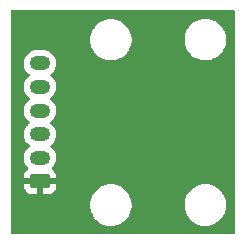
<source format=gbr>
%TF.GenerationSoftware,KiCad,Pcbnew,(6.0.9)*%
%TF.CreationDate,2023-03-29T12:13:29-08:00*%
%TF.ProjectId,ABSIS_Hall Sensor,41425349-535f-4486-916c-6c2053656e73,3*%
%TF.SameCoordinates,Original*%
%TF.FileFunction,Copper,L2,Bot*%
%TF.FilePolarity,Positive*%
%FSLAX46Y46*%
G04 Gerber Fmt 4.6, Leading zero omitted, Abs format (unit mm)*
G04 Created by KiCad (PCBNEW (6.0.9)) date 2023-03-29 12:13:29*
%MOMM*%
%LPD*%
G01*
G04 APERTURE LIST*
G04 Aperture macros list*
%AMRoundRect*
0 Rectangle with rounded corners*
0 $1 Rounding radius*
0 $2 $3 $4 $5 $6 $7 $8 $9 X,Y pos of 4 corners*
0 Add a 4 corners polygon primitive as box body*
4,1,4,$2,$3,$4,$5,$6,$7,$8,$9,$2,$3,0*
0 Add four circle primitives for the rounded corners*
1,1,$1+$1,$2,$3*
1,1,$1+$1,$4,$5*
1,1,$1+$1,$6,$7*
1,1,$1+$1,$8,$9*
0 Add four rect primitives between the rounded corners*
20,1,$1+$1,$2,$3,$4,$5,0*
20,1,$1+$1,$4,$5,$6,$7,0*
20,1,$1+$1,$6,$7,$8,$9,0*
20,1,$1+$1,$8,$9,$2,$3,0*%
G04 Aperture macros list end*
%TA.AperFunction,ComponentPad*%
%ADD10RoundRect,0.250000X0.625000X-0.350000X0.625000X0.350000X-0.625000X0.350000X-0.625000X-0.350000X0*%
%TD*%
%TA.AperFunction,ComponentPad*%
%ADD11O,1.750000X1.200000*%
%TD*%
%TA.AperFunction,ViaPad*%
%ADD12C,0.800000*%
%TD*%
G04 APERTURE END LIST*
D10*
%TO.P,J1,1*%
%TO.N,+5V*%
X3000000Y-15000000D03*
D11*
%TO.P,J1,2*%
%TO.N,/MISO*%
X3000000Y-13000000D03*
%TO.P,J1,3*%
%TO.N,/MOSI*%
X3000000Y-11000000D03*
%TO.P,J1,4*%
%TO.N,/SCK*%
X3000000Y-9000000D03*
%TO.P,J1,5*%
%TO.N,/CSN*%
X3000000Y-7000000D03*
%TO.P,J1,6*%
%TO.N,GND*%
X3000000Y-5000000D03*
%TD*%
D12*
%TO.N,+5V*%
X18493190Y-12413000D03*
%TD*%
%TA.AperFunction,Conductor*%
%TO.N,+5V*%
G36*
X19433621Y-528502D02*
G01*
X19480114Y-582158D01*
X19491500Y-634500D01*
X19491500Y-19365500D01*
X19471498Y-19433621D01*
X19417842Y-19480114D01*
X19365500Y-19491500D01*
X634500Y-19491500D01*
X566379Y-19471498D01*
X519886Y-19417842D01*
X508500Y-19365500D01*
X508500Y-17107655D01*
X7239858Y-17107655D01*
X7275104Y-17366638D01*
X7276412Y-17371124D01*
X7276412Y-17371126D01*
X7296098Y-17438664D01*
X7348243Y-17617567D01*
X7457668Y-17854928D01*
X7460231Y-17858837D01*
X7598410Y-18069596D01*
X7598414Y-18069601D01*
X7600976Y-18073509D01*
X7775018Y-18268506D01*
X7975970Y-18435637D01*
X7979973Y-18438066D01*
X8195422Y-18568804D01*
X8195426Y-18568806D01*
X8199419Y-18571229D01*
X8440455Y-18672303D01*
X8693783Y-18736641D01*
X8698434Y-18737109D01*
X8698438Y-18737110D01*
X8891308Y-18756531D01*
X8910867Y-18758500D01*
X9066354Y-18758500D01*
X9068679Y-18758327D01*
X9068685Y-18758327D01*
X9256000Y-18744407D01*
X9256004Y-18744406D01*
X9260652Y-18744061D01*
X9265200Y-18743032D01*
X9265206Y-18743031D01*
X9451601Y-18700853D01*
X9515577Y-18686377D01*
X9551769Y-18672303D01*
X9754824Y-18593340D01*
X9754827Y-18593339D01*
X9759177Y-18591647D01*
X9986098Y-18461951D01*
X10191357Y-18300138D01*
X10370443Y-18109763D01*
X10519424Y-17895009D01*
X10635025Y-17660593D01*
X10714707Y-17411665D01*
X10756721Y-17153693D01*
X10757324Y-17107655D01*
X15239858Y-17107655D01*
X15275104Y-17366638D01*
X15276412Y-17371124D01*
X15276412Y-17371126D01*
X15296098Y-17438664D01*
X15348243Y-17617567D01*
X15457668Y-17854928D01*
X15460231Y-17858837D01*
X15598410Y-18069596D01*
X15598414Y-18069601D01*
X15600976Y-18073509D01*
X15775018Y-18268506D01*
X15975970Y-18435637D01*
X15979973Y-18438066D01*
X16195422Y-18568804D01*
X16195426Y-18568806D01*
X16199419Y-18571229D01*
X16440455Y-18672303D01*
X16693783Y-18736641D01*
X16698434Y-18737109D01*
X16698438Y-18737110D01*
X16891308Y-18756531D01*
X16910867Y-18758500D01*
X17066354Y-18758500D01*
X17068679Y-18758327D01*
X17068685Y-18758327D01*
X17256000Y-18744407D01*
X17256004Y-18744406D01*
X17260652Y-18744061D01*
X17265200Y-18743032D01*
X17265206Y-18743031D01*
X17451601Y-18700853D01*
X17515577Y-18686377D01*
X17551769Y-18672303D01*
X17754824Y-18593340D01*
X17754827Y-18593339D01*
X17759177Y-18591647D01*
X17986098Y-18461951D01*
X18191357Y-18300138D01*
X18370443Y-18109763D01*
X18519424Y-17895009D01*
X18635025Y-17660593D01*
X18714707Y-17411665D01*
X18756721Y-17153693D01*
X18760142Y-16892345D01*
X18724896Y-16633362D01*
X18710473Y-16583877D01*
X18653068Y-16386932D01*
X18651757Y-16382433D01*
X18542332Y-16145072D01*
X18416241Y-15952751D01*
X18401590Y-15930404D01*
X18401586Y-15930399D01*
X18399024Y-15926491D01*
X18224982Y-15731494D01*
X18024030Y-15564363D01*
X17936568Y-15511290D01*
X17804578Y-15431196D01*
X17804574Y-15431194D01*
X17800581Y-15428771D01*
X17559545Y-15327697D01*
X17306217Y-15263359D01*
X17301566Y-15262891D01*
X17301562Y-15262890D01*
X17092271Y-15241816D01*
X17089133Y-15241500D01*
X16933646Y-15241500D01*
X16931321Y-15241673D01*
X16931315Y-15241673D01*
X16744000Y-15255593D01*
X16743996Y-15255594D01*
X16739348Y-15255939D01*
X16734800Y-15256968D01*
X16734794Y-15256969D01*
X16548399Y-15299147D01*
X16484423Y-15313623D01*
X16480071Y-15315315D01*
X16480069Y-15315316D01*
X16245176Y-15406660D01*
X16245173Y-15406661D01*
X16240823Y-15408353D01*
X16013902Y-15538049D01*
X15808643Y-15699862D01*
X15629557Y-15890237D01*
X15480576Y-16104991D01*
X15364975Y-16339407D01*
X15285293Y-16588335D01*
X15243279Y-16846307D01*
X15239858Y-17107655D01*
X10757324Y-17107655D01*
X10760142Y-16892345D01*
X10724896Y-16633362D01*
X10710473Y-16583877D01*
X10653068Y-16386932D01*
X10651757Y-16382433D01*
X10542332Y-16145072D01*
X10416241Y-15952751D01*
X10401590Y-15930404D01*
X10401586Y-15930399D01*
X10399024Y-15926491D01*
X10224982Y-15731494D01*
X10024030Y-15564363D01*
X9936568Y-15511290D01*
X9804578Y-15431196D01*
X9804574Y-15431194D01*
X9800581Y-15428771D01*
X9559545Y-15327697D01*
X9306217Y-15263359D01*
X9301566Y-15262891D01*
X9301562Y-15262890D01*
X9092271Y-15241816D01*
X9089133Y-15241500D01*
X8933646Y-15241500D01*
X8931321Y-15241673D01*
X8931315Y-15241673D01*
X8744000Y-15255593D01*
X8743996Y-15255594D01*
X8739348Y-15255939D01*
X8734800Y-15256968D01*
X8734794Y-15256969D01*
X8548399Y-15299147D01*
X8484423Y-15313623D01*
X8480071Y-15315315D01*
X8480069Y-15315316D01*
X8245176Y-15406660D01*
X8245173Y-15406661D01*
X8240823Y-15408353D01*
X8013902Y-15538049D01*
X7808643Y-15699862D01*
X7629557Y-15890237D01*
X7480576Y-16104991D01*
X7364975Y-16339407D01*
X7285293Y-16588335D01*
X7243279Y-16846307D01*
X7239858Y-17107655D01*
X508500Y-17107655D01*
X508500Y-15397095D01*
X1617001Y-15397095D01*
X1617338Y-15403614D01*
X1627257Y-15499206D01*
X1630149Y-15512600D01*
X1681588Y-15666784D01*
X1687761Y-15679962D01*
X1773063Y-15817807D01*
X1782099Y-15829208D01*
X1896829Y-15943739D01*
X1908240Y-15952751D01*
X2046243Y-16037816D01*
X2059424Y-16043963D01*
X2213710Y-16095138D01*
X2227086Y-16098005D01*
X2321438Y-16107672D01*
X2327854Y-16108000D01*
X2727885Y-16108000D01*
X2743124Y-16103525D01*
X2744329Y-16102135D01*
X2746000Y-16094452D01*
X2746000Y-16089884D01*
X3254000Y-16089884D01*
X3258475Y-16105123D01*
X3259865Y-16106328D01*
X3267548Y-16107999D01*
X3672095Y-16107999D01*
X3678614Y-16107662D01*
X3774206Y-16097743D01*
X3787600Y-16094851D01*
X3941784Y-16043412D01*
X3954962Y-16037239D01*
X4092807Y-15951937D01*
X4104208Y-15942901D01*
X4218739Y-15828171D01*
X4227751Y-15816760D01*
X4312816Y-15678757D01*
X4318963Y-15665576D01*
X4370138Y-15511290D01*
X4373005Y-15497914D01*
X4382672Y-15403562D01*
X4383000Y-15397146D01*
X4383000Y-15272115D01*
X4378525Y-15256876D01*
X4377135Y-15255671D01*
X4369452Y-15254000D01*
X3272115Y-15254000D01*
X3256876Y-15258475D01*
X3255671Y-15259865D01*
X3254000Y-15267548D01*
X3254000Y-16089884D01*
X2746000Y-16089884D01*
X2746000Y-15272115D01*
X2741525Y-15256876D01*
X2740135Y-15255671D01*
X2732452Y-15254000D01*
X1635116Y-15254000D01*
X1619877Y-15258475D01*
X1618672Y-15259865D01*
X1617001Y-15267548D01*
X1617001Y-15397095D01*
X508500Y-15397095D01*
X508500Y-12945604D01*
X1612787Y-12945604D01*
X1622567Y-13156899D01*
X1672125Y-13362534D01*
X1674607Y-13367992D01*
X1674608Y-13367996D01*
X1718053Y-13463546D01*
X1759674Y-13555087D01*
X1882054Y-13727611D01*
X1886377Y-13731749D01*
X1886381Y-13731754D01*
X1977691Y-13819164D01*
X2013067Y-13880720D01*
X2009548Y-13951629D01*
X1968251Y-14009379D01*
X1956863Y-14017326D01*
X1907193Y-14048063D01*
X1895792Y-14057099D01*
X1781261Y-14171829D01*
X1772249Y-14183240D01*
X1687184Y-14321243D01*
X1681037Y-14334424D01*
X1629862Y-14488710D01*
X1626995Y-14502086D01*
X1617328Y-14596438D01*
X1617000Y-14602855D01*
X1617000Y-14727885D01*
X1621475Y-14743124D01*
X1622865Y-14744329D01*
X1630548Y-14746000D01*
X4364884Y-14746000D01*
X4380123Y-14741525D01*
X4381328Y-14740135D01*
X4382999Y-14732452D01*
X4382999Y-14602905D01*
X4382662Y-14596386D01*
X4372743Y-14500794D01*
X4369851Y-14487400D01*
X4318412Y-14333216D01*
X4312239Y-14320038D01*
X4226937Y-14182193D01*
X4217901Y-14170792D01*
X4103171Y-14056261D01*
X4091760Y-14047249D01*
X4046345Y-14019255D01*
X3998852Y-13966483D01*
X3987428Y-13896411D01*
X4015702Y-13831287D01*
X4034625Y-13812912D01*
X4042920Y-13806396D01*
X4046852Y-13801865D01*
X4046855Y-13801862D01*
X4177621Y-13651167D01*
X4181552Y-13646637D01*
X4184552Y-13641451D01*
X4184555Y-13641447D01*
X4284467Y-13468742D01*
X4287473Y-13463546D01*
X4356861Y-13263729D01*
X4387213Y-13054396D01*
X4377433Y-12843101D01*
X4327875Y-12637466D01*
X4284525Y-12542122D01*
X4242806Y-12450368D01*
X4240326Y-12444913D01*
X4117946Y-12272389D01*
X3965150Y-12126119D01*
X3959255Y-12122312D01*
X3932837Y-12105254D01*
X3886460Y-12051499D01*
X3876507Y-11981203D01*
X3906139Y-11916686D01*
X3923353Y-11900317D01*
X3930446Y-11894746D01*
X4042920Y-11806396D01*
X4046852Y-11801865D01*
X4046855Y-11801862D01*
X4177621Y-11651167D01*
X4181552Y-11646637D01*
X4184552Y-11641451D01*
X4184555Y-11641447D01*
X4284467Y-11468742D01*
X4287473Y-11463546D01*
X4356861Y-11263729D01*
X4387213Y-11054396D01*
X4377433Y-10843101D01*
X4327875Y-10637466D01*
X4284525Y-10542122D01*
X4242806Y-10450368D01*
X4240326Y-10444913D01*
X4117946Y-10272389D01*
X3965150Y-10126119D01*
X3959255Y-10122312D01*
X3932837Y-10105254D01*
X3886460Y-10051499D01*
X3876507Y-9981203D01*
X3906139Y-9916686D01*
X3923353Y-9900317D01*
X3930446Y-9894746D01*
X4042920Y-9806396D01*
X4046852Y-9801865D01*
X4046855Y-9801862D01*
X4177621Y-9651167D01*
X4181552Y-9646637D01*
X4184552Y-9641451D01*
X4184555Y-9641447D01*
X4284467Y-9468742D01*
X4287473Y-9463546D01*
X4356861Y-9263729D01*
X4387213Y-9054396D01*
X4377433Y-8843101D01*
X4327875Y-8637466D01*
X4284525Y-8542122D01*
X4242806Y-8450368D01*
X4240326Y-8444913D01*
X4117946Y-8272389D01*
X3965150Y-8126119D01*
X3959255Y-8122312D01*
X3932837Y-8105254D01*
X3886460Y-8051499D01*
X3876507Y-7981203D01*
X3906139Y-7916686D01*
X3923353Y-7900317D01*
X3930446Y-7894746D01*
X4042920Y-7806396D01*
X4046852Y-7801865D01*
X4046855Y-7801862D01*
X4177621Y-7651167D01*
X4181552Y-7646637D01*
X4184552Y-7641451D01*
X4184555Y-7641447D01*
X4284467Y-7468742D01*
X4287473Y-7463546D01*
X4356861Y-7263729D01*
X4387213Y-7054396D01*
X4377433Y-6843101D01*
X4327875Y-6637466D01*
X4284525Y-6542122D01*
X4242806Y-6450368D01*
X4240326Y-6444913D01*
X4117946Y-6272389D01*
X3965150Y-6126119D01*
X3959255Y-6122312D01*
X3932837Y-6105254D01*
X3886460Y-6051499D01*
X3876507Y-5981203D01*
X3906139Y-5916686D01*
X3923353Y-5900317D01*
X3930446Y-5894746D01*
X4042920Y-5806396D01*
X4046852Y-5801865D01*
X4046855Y-5801862D01*
X4177621Y-5651167D01*
X4181552Y-5646637D01*
X4184552Y-5641451D01*
X4184555Y-5641447D01*
X4284467Y-5468742D01*
X4287473Y-5463546D01*
X4356861Y-5263729D01*
X4387213Y-5054396D01*
X4377433Y-4843101D01*
X4327875Y-4637466D01*
X4307043Y-4591647D01*
X4242806Y-4450368D01*
X4240326Y-4444913D01*
X4117946Y-4272389D01*
X3965150Y-4126119D01*
X3787452Y-4011380D01*
X3727354Y-3987160D01*
X3596832Y-3934558D01*
X3596829Y-3934557D01*
X3591263Y-3932314D01*
X3383663Y-3891772D01*
X3378101Y-3891500D01*
X2672154Y-3891500D01*
X2514434Y-3906548D01*
X2311466Y-3966092D01*
X2306139Y-3968836D01*
X2306138Y-3968836D01*
X2128751Y-4060196D01*
X2128748Y-4060198D01*
X2123420Y-4062942D01*
X1957080Y-4193604D01*
X1953148Y-4198135D01*
X1953145Y-4198138D01*
X1884474Y-4277275D01*
X1818448Y-4353363D01*
X1815448Y-4358549D01*
X1815445Y-4358553D01*
X1721661Y-4520665D01*
X1712527Y-4536454D01*
X1643139Y-4736271D01*
X1612787Y-4945604D01*
X1622567Y-5156899D01*
X1672125Y-5362534D01*
X1674607Y-5367992D01*
X1674608Y-5367996D01*
X1718053Y-5463546D01*
X1759674Y-5555087D01*
X1882054Y-5727611D01*
X2034850Y-5873881D01*
X2039888Y-5877134D01*
X2067163Y-5894746D01*
X2113540Y-5948501D01*
X2123493Y-6018797D01*
X2093861Y-6083314D01*
X2076649Y-6099681D01*
X1957080Y-6193604D01*
X1953148Y-6198135D01*
X1953145Y-6198138D01*
X1884474Y-6277275D01*
X1818448Y-6353363D01*
X1815448Y-6358549D01*
X1815445Y-6358553D01*
X1768312Y-6440026D01*
X1712527Y-6536454D01*
X1643139Y-6736271D01*
X1612787Y-6945604D01*
X1622567Y-7156899D01*
X1672125Y-7362534D01*
X1674607Y-7367992D01*
X1674608Y-7367996D01*
X1718053Y-7463546D01*
X1759674Y-7555087D01*
X1882054Y-7727611D01*
X2034850Y-7873881D01*
X2039888Y-7877134D01*
X2067163Y-7894746D01*
X2113540Y-7948501D01*
X2123493Y-8018797D01*
X2093861Y-8083314D01*
X2076649Y-8099681D01*
X1957080Y-8193604D01*
X1953148Y-8198135D01*
X1953145Y-8198138D01*
X1884474Y-8277275D01*
X1818448Y-8353363D01*
X1815448Y-8358549D01*
X1815445Y-8358553D01*
X1768312Y-8440026D01*
X1712527Y-8536454D01*
X1643139Y-8736271D01*
X1612787Y-8945604D01*
X1622567Y-9156899D01*
X1672125Y-9362534D01*
X1674607Y-9367992D01*
X1674608Y-9367996D01*
X1718053Y-9463546D01*
X1759674Y-9555087D01*
X1882054Y-9727611D01*
X2034850Y-9873881D01*
X2039888Y-9877134D01*
X2067163Y-9894746D01*
X2113540Y-9948501D01*
X2123493Y-10018797D01*
X2093861Y-10083314D01*
X2076649Y-10099681D01*
X1957080Y-10193604D01*
X1953148Y-10198135D01*
X1953145Y-10198138D01*
X1884474Y-10277275D01*
X1818448Y-10353363D01*
X1815448Y-10358549D01*
X1815445Y-10358553D01*
X1768312Y-10440026D01*
X1712527Y-10536454D01*
X1643139Y-10736271D01*
X1612787Y-10945604D01*
X1622567Y-11156899D01*
X1672125Y-11362534D01*
X1674607Y-11367992D01*
X1674608Y-11367996D01*
X1718053Y-11463546D01*
X1759674Y-11555087D01*
X1882054Y-11727611D01*
X2034850Y-11873881D01*
X2039888Y-11877134D01*
X2067163Y-11894746D01*
X2113540Y-11948501D01*
X2123493Y-12018797D01*
X2093861Y-12083314D01*
X2076649Y-12099681D01*
X1957080Y-12193604D01*
X1953148Y-12198135D01*
X1953145Y-12198138D01*
X1884474Y-12277275D01*
X1818448Y-12353363D01*
X1815448Y-12358549D01*
X1815445Y-12358553D01*
X1768312Y-12440026D01*
X1712527Y-12536454D01*
X1643139Y-12736271D01*
X1612787Y-12945604D01*
X508500Y-12945604D01*
X508500Y-3107655D01*
X7239858Y-3107655D01*
X7275104Y-3366638D01*
X7276412Y-3371124D01*
X7276412Y-3371126D01*
X7296098Y-3438664D01*
X7348243Y-3617567D01*
X7457668Y-3854928D01*
X7460231Y-3858837D01*
X7598410Y-4069596D01*
X7598414Y-4069601D01*
X7600976Y-4073509D01*
X7775018Y-4268506D01*
X7975970Y-4435637D01*
X7979973Y-4438066D01*
X8195422Y-4568804D01*
X8195426Y-4568806D01*
X8199419Y-4571229D01*
X8440455Y-4672303D01*
X8693783Y-4736641D01*
X8698434Y-4737109D01*
X8698438Y-4737110D01*
X8891308Y-4756531D01*
X8910867Y-4758500D01*
X9066354Y-4758500D01*
X9068679Y-4758327D01*
X9068685Y-4758327D01*
X9256000Y-4744407D01*
X9256004Y-4744406D01*
X9260652Y-4744061D01*
X9265200Y-4743032D01*
X9265206Y-4743031D01*
X9451601Y-4700853D01*
X9515577Y-4686377D01*
X9551769Y-4672303D01*
X9754824Y-4593340D01*
X9754827Y-4593339D01*
X9759177Y-4591647D01*
X9986098Y-4461951D01*
X10191357Y-4300138D01*
X10370443Y-4109763D01*
X10491988Y-3934558D01*
X10516759Y-3898851D01*
X10516761Y-3898848D01*
X10519424Y-3895009D01*
X10635025Y-3660593D01*
X10714707Y-3411665D01*
X10756721Y-3153693D01*
X10757324Y-3107655D01*
X15239858Y-3107655D01*
X15275104Y-3366638D01*
X15276412Y-3371124D01*
X15276412Y-3371126D01*
X15296098Y-3438664D01*
X15348243Y-3617567D01*
X15457668Y-3854928D01*
X15460231Y-3858837D01*
X15598410Y-4069596D01*
X15598414Y-4069601D01*
X15600976Y-4073509D01*
X15775018Y-4268506D01*
X15975970Y-4435637D01*
X15979973Y-4438066D01*
X16195422Y-4568804D01*
X16195426Y-4568806D01*
X16199419Y-4571229D01*
X16440455Y-4672303D01*
X16693783Y-4736641D01*
X16698434Y-4737109D01*
X16698438Y-4737110D01*
X16891308Y-4756531D01*
X16910867Y-4758500D01*
X17066354Y-4758500D01*
X17068679Y-4758327D01*
X17068685Y-4758327D01*
X17256000Y-4744407D01*
X17256004Y-4744406D01*
X17260652Y-4744061D01*
X17265200Y-4743032D01*
X17265206Y-4743031D01*
X17451601Y-4700853D01*
X17515577Y-4686377D01*
X17551769Y-4672303D01*
X17754824Y-4593340D01*
X17754827Y-4593339D01*
X17759177Y-4591647D01*
X17986098Y-4461951D01*
X18191357Y-4300138D01*
X18370443Y-4109763D01*
X18491988Y-3934558D01*
X18516759Y-3898851D01*
X18516761Y-3898848D01*
X18519424Y-3895009D01*
X18635025Y-3660593D01*
X18714707Y-3411665D01*
X18756721Y-3153693D01*
X18760142Y-2892345D01*
X18724896Y-2633362D01*
X18710473Y-2583877D01*
X18653068Y-2386932D01*
X18651757Y-2382433D01*
X18542332Y-2145072D01*
X18509519Y-2095024D01*
X18401590Y-1930404D01*
X18401586Y-1930399D01*
X18399024Y-1926491D01*
X18224982Y-1731494D01*
X18024030Y-1564363D01*
X17976844Y-1535730D01*
X17804578Y-1431196D01*
X17804574Y-1431194D01*
X17800581Y-1428771D01*
X17559545Y-1327697D01*
X17306217Y-1263359D01*
X17301566Y-1262891D01*
X17301562Y-1262890D01*
X17092271Y-1241816D01*
X17089133Y-1241500D01*
X16933646Y-1241500D01*
X16931321Y-1241673D01*
X16931315Y-1241673D01*
X16744000Y-1255593D01*
X16743996Y-1255594D01*
X16739348Y-1255939D01*
X16734800Y-1256968D01*
X16734794Y-1256969D01*
X16548399Y-1299147D01*
X16484423Y-1313623D01*
X16480071Y-1315315D01*
X16480069Y-1315316D01*
X16245176Y-1406660D01*
X16245173Y-1406661D01*
X16240823Y-1408353D01*
X16013902Y-1538049D01*
X15808643Y-1699862D01*
X15629557Y-1890237D01*
X15480576Y-2104991D01*
X15364975Y-2339407D01*
X15285293Y-2588335D01*
X15243279Y-2846307D01*
X15239858Y-3107655D01*
X10757324Y-3107655D01*
X10760142Y-2892345D01*
X10724896Y-2633362D01*
X10710473Y-2583877D01*
X10653068Y-2386932D01*
X10651757Y-2382433D01*
X10542332Y-2145072D01*
X10509519Y-2095024D01*
X10401590Y-1930404D01*
X10401586Y-1930399D01*
X10399024Y-1926491D01*
X10224982Y-1731494D01*
X10024030Y-1564363D01*
X9976844Y-1535730D01*
X9804578Y-1431196D01*
X9804574Y-1431194D01*
X9800581Y-1428771D01*
X9559545Y-1327697D01*
X9306217Y-1263359D01*
X9301566Y-1262891D01*
X9301562Y-1262890D01*
X9092271Y-1241816D01*
X9089133Y-1241500D01*
X8933646Y-1241500D01*
X8931321Y-1241673D01*
X8931315Y-1241673D01*
X8744000Y-1255593D01*
X8743996Y-1255594D01*
X8739348Y-1255939D01*
X8734800Y-1256968D01*
X8734794Y-1256969D01*
X8548399Y-1299147D01*
X8484423Y-1313623D01*
X8480071Y-1315315D01*
X8480069Y-1315316D01*
X8245176Y-1406660D01*
X8245173Y-1406661D01*
X8240823Y-1408353D01*
X8013902Y-1538049D01*
X7808643Y-1699862D01*
X7629557Y-1890237D01*
X7480576Y-2104991D01*
X7364975Y-2339407D01*
X7285293Y-2588335D01*
X7243279Y-2846307D01*
X7239858Y-3107655D01*
X508500Y-3107655D01*
X508500Y-634500D01*
X528502Y-566379D01*
X582158Y-519886D01*
X634500Y-508500D01*
X19365500Y-508500D01*
X19433621Y-528502D01*
G37*
%TD.AperFunction*%
%TD*%
M02*

</source>
